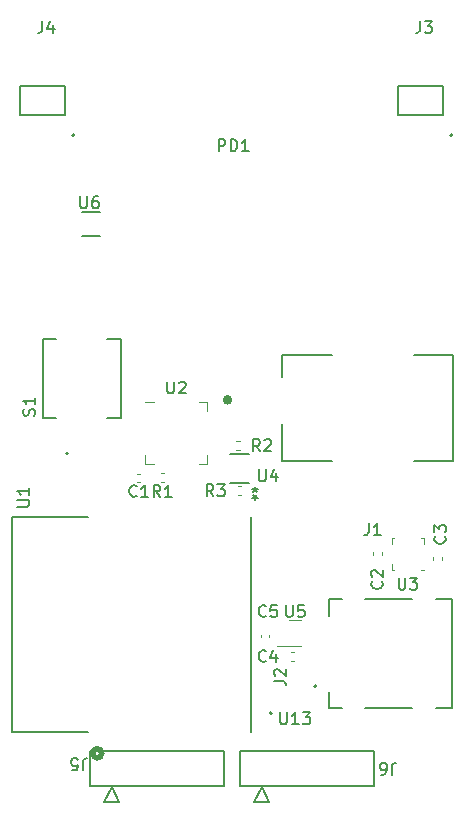
<source format=gbr>
%TF.GenerationSoftware,KiCad,Pcbnew,7.0.5*%
%TF.CreationDate,2023-06-26T09:37:40-04:00*%
%TF.ProjectId,ESP32Sensor-Sensor_board,45535033-3253-4656-9e73-6f722d53656e,rev?*%
%TF.SameCoordinates,Original*%
%TF.FileFunction,Legend,Top*%
%TF.FilePolarity,Positive*%
%FSLAX46Y46*%
G04 Gerber Fmt 4.6, Leading zero omitted, Abs format (unit mm)*
G04 Created by KiCad (PCBNEW 7.0.5) date 2023-06-26 09:37:40*
%MOMM*%
%LPD*%
G01*
G04 APERTURE LIST*
%ADD10C,0.150000*%
%ADD11C,0.120000*%
%ADD12C,0.127000*%
%ADD13C,0.200000*%
%ADD14C,0.152400*%
%ADD15C,0.400000*%
%ADD16C,0.508000*%
G04 APERTURE END LIST*
D10*
%TO.C,C1*%
X-8060966Y-34714680D02*
X-8108585Y-34762300D01*
X-8108585Y-34762300D02*
X-8251442Y-34809919D01*
X-8251442Y-34809919D02*
X-8346680Y-34809919D01*
X-8346680Y-34809919D02*
X-8489537Y-34762300D01*
X-8489537Y-34762300D02*
X-8584775Y-34667061D01*
X-8584775Y-34667061D02*
X-8632394Y-34571823D01*
X-8632394Y-34571823D02*
X-8680013Y-34381347D01*
X-8680013Y-34381347D02*
X-8680013Y-34238490D01*
X-8680013Y-34238490D02*
X-8632394Y-34048014D01*
X-8632394Y-34048014D02*
X-8584775Y-33952776D01*
X-8584775Y-33952776D02*
X-8489537Y-33857538D01*
X-8489537Y-33857538D02*
X-8346680Y-33809919D01*
X-8346680Y-33809919D02*
X-8251442Y-33809919D01*
X-8251442Y-33809919D02*
X-8108585Y-33857538D01*
X-8108585Y-33857538D02*
X-8060966Y-33905157D01*
X-7108585Y-34809919D02*
X-7680013Y-34809919D01*
X-7394299Y-34809919D02*
X-7394299Y-33809919D01*
X-7394299Y-33809919D02*
X-7489537Y-33952776D01*
X-7489537Y-33952776D02*
X-7584775Y-34048014D01*
X-7584775Y-34048014D02*
X-7680013Y-34095633D01*
%TO.C,R1*%
X-6056966Y-34819919D02*
X-6390299Y-34343728D01*
X-6628394Y-34819919D02*
X-6628394Y-33819919D01*
X-6628394Y-33819919D02*
X-6247442Y-33819919D01*
X-6247442Y-33819919D02*
X-6152204Y-33867538D01*
X-6152204Y-33867538D02*
X-6104585Y-33915157D01*
X-6104585Y-33915157D02*
X-6056966Y-34010395D01*
X-6056966Y-34010395D02*
X-6056966Y-34153252D01*
X-6056966Y-34153252D02*
X-6104585Y-34248490D01*
X-6104585Y-34248490D02*
X-6152204Y-34296109D01*
X-6152204Y-34296109D02*
X-6247442Y-34343728D01*
X-6247442Y-34343728D02*
X-6628394Y-34343728D01*
X-5104585Y-34819919D02*
X-5676013Y-34819919D01*
X-5390299Y-34819919D02*
X-5390299Y-33819919D01*
X-5390299Y-33819919D02*
X-5485537Y-33962776D01*
X-5485537Y-33962776D02*
X-5580775Y-34058014D01*
X-5580775Y-34058014D02*
X-5676013Y-34105633D01*
%TO.C,J2*%
X3565819Y-50386333D02*
X4280104Y-50386333D01*
X4280104Y-50386333D02*
X4422961Y-50433952D01*
X4422961Y-50433952D02*
X4518200Y-50529190D01*
X4518200Y-50529190D02*
X4565819Y-50672047D01*
X4565819Y-50672047D02*
X4565819Y-50767285D01*
X3661057Y-49957761D02*
X3613438Y-49910142D01*
X3613438Y-49910142D02*
X3565819Y-49814904D01*
X3565819Y-49814904D02*
X3565819Y-49576809D01*
X3565819Y-49576809D02*
X3613438Y-49481571D01*
X3613438Y-49481571D02*
X3661057Y-49433952D01*
X3661057Y-49433952D02*
X3756295Y-49386333D01*
X3756295Y-49386333D02*
X3851533Y-49386333D01*
X3851533Y-49386333D02*
X3994390Y-49433952D01*
X3994390Y-49433952D02*
X4565819Y-50005380D01*
X4565819Y-50005380D02*
X4565819Y-49386333D01*
%TO.C,U4*%
X2286095Y-32474819D02*
X2286095Y-33284342D01*
X2286095Y-33284342D02*
X2333714Y-33379580D01*
X2333714Y-33379580D02*
X2381333Y-33427200D01*
X2381333Y-33427200D02*
X2476571Y-33474819D01*
X2476571Y-33474819D02*
X2667047Y-33474819D01*
X2667047Y-33474819D02*
X2762285Y-33427200D01*
X2762285Y-33427200D02*
X2809904Y-33379580D01*
X2809904Y-33379580D02*
X2857523Y-33284342D01*
X2857523Y-33284342D02*
X2857523Y-32474819D01*
X3762285Y-32808152D02*
X3762285Y-33474819D01*
X3524190Y-32427200D02*
X3286095Y-33141485D01*
X3286095Y-33141485D02*
X3905142Y-33141485D01*
X1953349Y-35078780D02*
X1953349Y-34840685D01*
X2191444Y-34935923D02*
X1953349Y-34840685D01*
X1953349Y-34840685D02*
X1715254Y-34935923D01*
X2096206Y-34650209D02*
X1953349Y-34840685D01*
X1953349Y-34840685D02*
X1810492Y-34650209D01*
X1953350Y-33988419D02*
X1953350Y-34226514D01*
X1715255Y-34131276D02*
X1953350Y-34226514D01*
X1953350Y-34226514D02*
X2191445Y-34131276D01*
X1810493Y-34416990D02*
X1953350Y-34226514D01*
X1953350Y-34226514D02*
X2096207Y-34416990D01*
%TO.C,U5*%
X4573595Y-43974819D02*
X4573595Y-44784342D01*
X4573595Y-44784342D02*
X4621214Y-44879580D01*
X4621214Y-44879580D02*
X4668833Y-44927200D01*
X4668833Y-44927200D02*
X4764071Y-44974819D01*
X4764071Y-44974819D02*
X4954547Y-44974819D01*
X4954547Y-44974819D02*
X5049785Y-44927200D01*
X5049785Y-44927200D02*
X5097404Y-44879580D01*
X5097404Y-44879580D02*
X5145023Y-44784342D01*
X5145023Y-44784342D02*
X5145023Y-43974819D01*
X6097404Y-43974819D02*
X5621214Y-43974819D01*
X5621214Y-43974819D02*
X5573595Y-44451009D01*
X5573595Y-44451009D02*
X5621214Y-44403390D01*
X5621214Y-44403390D02*
X5716452Y-44355771D01*
X5716452Y-44355771D02*
X5954547Y-44355771D01*
X5954547Y-44355771D02*
X6049785Y-44403390D01*
X6049785Y-44403390D02*
X6097404Y-44451009D01*
X6097404Y-44451009D02*
X6145023Y-44546247D01*
X6145023Y-44546247D02*
X6145023Y-44784342D01*
X6145023Y-44784342D02*
X6097404Y-44879580D01*
X6097404Y-44879580D02*
X6049785Y-44927200D01*
X6049785Y-44927200D02*
X5954547Y-44974819D01*
X5954547Y-44974819D02*
X5716452Y-44974819D01*
X5716452Y-44974819D02*
X5621214Y-44927200D01*
X5621214Y-44927200D02*
X5573595Y-44879580D01*
%TO.C,R2*%
X2373333Y-30934819D02*
X2040000Y-30458628D01*
X1801905Y-30934819D02*
X1801905Y-29934819D01*
X1801905Y-29934819D02*
X2182857Y-29934819D01*
X2182857Y-29934819D02*
X2278095Y-29982438D01*
X2278095Y-29982438D02*
X2325714Y-30030057D01*
X2325714Y-30030057D02*
X2373333Y-30125295D01*
X2373333Y-30125295D02*
X2373333Y-30268152D01*
X2373333Y-30268152D02*
X2325714Y-30363390D01*
X2325714Y-30363390D02*
X2278095Y-30411009D01*
X2278095Y-30411009D02*
X2182857Y-30458628D01*
X2182857Y-30458628D02*
X1801905Y-30458628D01*
X2754286Y-30030057D02*
X2801905Y-29982438D01*
X2801905Y-29982438D02*
X2897143Y-29934819D01*
X2897143Y-29934819D02*
X3135238Y-29934819D01*
X3135238Y-29934819D02*
X3230476Y-29982438D01*
X3230476Y-29982438D02*
X3278095Y-30030057D01*
X3278095Y-30030057D02*
X3325714Y-30125295D01*
X3325714Y-30125295D02*
X3325714Y-30220533D01*
X3325714Y-30220533D02*
X3278095Y-30363390D01*
X3278095Y-30363390D02*
X2706667Y-30934819D01*
X2706667Y-30934819D02*
X3325714Y-30934819D01*
%TO.C,J4*%
X-16063333Y5480180D02*
X-16063333Y4765895D01*
X-16063333Y4765895D02*
X-16110952Y4623038D01*
X-16110952Y4623038D02*
X-16206190Y4527800D01*
X-16206190Y4527800D02*
X-16349047Y4480180D01*
X-16349047Y4480180D02*
X-16444285Y4480180D01*
X-15158571Y5146847D02*
X-15158571Y4480180D01*
X-15396666Y5527800D02*
X-15634761Y4813514D01*
X-15634761Y4813514D02*
X-15015714Y4813514D01*
%TO.C,U6*%
X-12837905Y-9352818D02*
X-12837905Y-10162341D01*
X-12837905Y-10162341D02*
X-12790286Y-10257579D01*
X-12790286Y-10257579D02*
X-12742667Y-10305199D01*
X-12742667Y-10305199D02*
X-12647429Y-10352818D01*
X-12647429Y-10352818D02*
X-12456953Y-10352818D01*
X-12456953Y-10352818D02*
X-12361715Y-10305199D01*
X-12361715Y-10305199D02*
X-12314096Y-10257579D01*
X-12314096Y-10257579D02*
X-12266477Y-10162341D01*
X-12266477Y-10162341D02*
X-12266477Y-9352818D01*
X-11361715Y-9352818D02*
X-11552191Y-9352818D01*
X-11552191Y-9352818D02*
X-11647429Y-9400437D01*
X-11647429Y-9400437D02*
X-11695048Y-9448056D01*
X-11695048Y-9448056D02*
X-11790286Y-9590913D01*
X-11790286Y-9590913D02*
X-11837905Y-9781389D01*
X-11837905Y-9781389D02*
X-11837905Y-10162341D01*
X-11837905Y-10162341D02*
X-11790286Y-10257579D01*
X-11790286Y-10257579D02*
X-11742667Y-10305199D01*
X-11742667Y-10305199D02*
X-11647429Y-10352818D01*
X-11647429Y-10352818D02*
X-11456953Y-10352818D01*
X-11456953Y-10352818D02*
X-11361715Y-10305199D01*
X-11361715Y-10305199D02*
X-11314096Y-10257579D01*
X-11314096Y-10257579D02*
X-11266477Y-10162341D01*
X-11266477Y-10162341D02*
X-11266477Y-9924246D01*
X-11266477Y-9924246D02*
X-11314096Y-9829008D01*
X-11314096Y-9829008D02*
X-11361715Y-9781389D01*
X-11361715Y-9781389D02*
X-11456953Y-9733770D01*
X-11456953Y-9733770D02*
X-11647429Y-9733770D01*
X-11647429Y-9733770D02*
X-11742667Y-9781389D01*
X-11742667Y-9781389D02*
X-11790286Y-9829008D01*
X-11790286Y-9829008D02*
X-11837905Y-9924246D01*
%TO.C,J3*%
X15936666Y5480180D02*
X15936666Y4765895D01*
X15936666Y4765895D02*
X15889047Y4623038D01*
X15889047Y4623038D02*
X15793809Y4527800D01*
X15793809Y4527800D02*
X15650952Y4480180D01*
X15650952Y4480180D02*
X15555714Y4480180D01*
X16317619Y5480180D02*
X16936666Y5480180D01*
X16936666Y5480180D02*
X16603333Y5099228D01*
X16603333Y5099228D02*
X16746190Y5099228D01*
X16746190Y5099228D02*
X16841428Y5051609D01*
X16841428Y5051609D02*
X16889047Y5003990D01*
X16889047Y5003990D02*
X16936666Y4908752D01*
X16936666Y4908752D02*
X16936666Y4670657D01*
X16936666Y4670657D02*
X16889047Y4575419D01*
X16889047Y4575419D02*
X16841428Y4527800D01*
X16841428Y4527800D02*
X16746190Y4480180D01*
X16746190Y4480180D02*
X16460476Y4480180D01*
X16460476Y4480180D02*
X16365238Y4527800D01*
X16365238Y4527800D02*
X16317619Y4575419D01*
%TO.C,C4*%
X2882833Y-48689580D02*
X2835214Y-48737200D01*
X2835214Y-48737200D02*
X2692357Y-48784819D01*
X2692357Y-48784819D02*
X2597119Y-48784819D01*
X2597119Y-48784819D02*
X2454262Y-48737200D01*
X2454262Y-48737200D02*
X2359024Y-48641961D01*
X2359024Y-48641961D02*
X2311405Y-48546723D01*
X2311405Y-48546723D02*
X2263786Y-48356247D01*
X2263786Y-48356247D02*
X2263786Y-48213390D01*
X2263786Y-48213390D02*
X2311405Y-48022914D01*
X2311405Y-48022914D02*
X2359024Y-47927676D01*
X2359024Y-47927676D02*
X2454262Y-47832438D01*
X2454262Y-47832438D02*
X2597119Y-47784819D01*
X2597119Y-47784819D02*
X2692357Y-47784819D01*
X2692357Y-47784819D02*
X2835214Y-47832438D01*
X2835214Y-47832438D02*
X2882833Y-47880057D01*
X3739976Y-48118152D02*
X3739976Y-48784819D01*
X3501881Y-47737200D02*
X3263786Y-48451485D01*
X3263786Y-48451485D02*
X3882833Y-48451485D01*
%TO.C,U3*%
X14118095Y-41649819D02*
X14118095Y-42459342D01*
X14118095Y-42459342D02*
X14165714Y-42554580D01*
X14165714Y-42554580D02*
X14213333Y-42602200D01*
X14213333Y-42602200D02*
X14308571Y-42649819D01*
X14308571Y-42649819D02*
X14499047Y-42649819D01*
X14499047Y-42649819D02*
X14594285Y-42602200D01*
X14594285Y-42602200D02*
X14641904Y-42554580D01*
X14641904Y-42554580D02*
X14689523Y-42459342D01*
X14689523Y-42459342D02*
X14689523Y-41649819D01*
X15070476Y-41649819D02*
X15689523Y-41649819D01*
X15689523Y-41649819D02*
X15356190Y-42030771D01*
X15356190Y-42030771D02*
X15499047Y-42030771D01*
X15499047Y-42030771D02*
X15594285Y-42078390D01*
X15594285Y-42078390D02*
X15641904Y-42126009D01*
X15641904Y-42126009D02*
X15689523Y-42221247D01*
X15689523Y-42221247D02*
X15689523Y-42459342D01*
X15689523Y-42459342D02*
X15641904Y-42554580D01*
X15641904Y-42554580D02*
X15594285Y-42602200D01*
X15594285Y-42602200D02*
X15499047Y-42649819D01*
X15499047Y-42649819D02*
X15213333Y-42649819D01*
X15213333Y-42649819D02*
X15118095Y-42602200D01*
X15118095Y-42602200D02*
X15070476Y-42554580D01*
%TO.C,C3*%
X18033580Y-38139666D02*
X18081200Y-38187285D01*
X18081200Y-38187285D02*
X18128819Y-38330142D01*
X18128819Y-38330142D02*
X18128819Y-38425380D01*
X18128819Y-38425380D02*
X18081200Y-38568237D01*
X18081200Y-38568237D02*
X17985961Y-38663475D01*
X17985961Y-38663475D02*
X17890723Y-38711094D01*
X17890723Y-38711094D02*
X17700247Y-38758713D01*
X17700247Y-38758713D02*
X17557390Y-38758713D01*
X17557390Y-38758713D02*
X17366914Y-38711094D01*
X17366914Y-38711094D02*
X17271676Y-38663475D01*
X17271676Y-38663475D02*
X17176438Y-38568237D01*
X17176438Y-38568237D02*
X17128819Y-38425380D01*
X17128819Y-38425380D02*
X17128819Y-38330142D01*
X17128819Y-38330142D02*
X17176438Y-38187285D01*
X17176438Y-38187285D02*
X17224057Y-38139666D01*
X17128819Y-37806332D02*
X17128819Y-37187285D01*
X17128819Y-37187285D02*
X17509771Y-37520618D01*
X17509771Y-37520618D02*
X17509771Y-37377761D01*
X17509771Y-37377761D02*
X17557390Y-37282523D01*
X17557390Y-37282523D02*
X17605009Y-37234904D01*
X17605009Y-37234904D02*
X17700247Y-37187285D01*
X17700247Y-37187285D02*
X17938342Y-37187285D01*
X17938342Y-37187285D02*
X18033580Y-37234904D01*
X18033580Y-37234904D02*
X18081200Y-37282523D01*
X18081200Y-37282523D02*
X18128819Y-37377761D01*
X18128819Y-37377761D02*
X18128819Y-37663475D01*
X18128819Y-37663475D02*
X18081200Y-37758713D01*
X18081200Y-37758713D02*
X18033580Y-37806332D01*
%TO.C,R3*%
X-1563666Y-34744819D02*
X-1896999Y-34268628D01*
X-2135094Y-34744819D02*
X-2135094Y-33744819D01*
X-2135094Y-33744819D02*
X-1754142Y-33744819D01*
X-1754142Y-33744819D02*
X-1658904Y-33792438D01*
X-1658904Y-33792438D02*
X-1611285Y-33840057D01*
X-1611285Y-33840057D02*
X-1563666Y-33935295D01*
X-1563666Y-33935295D02*
X-1563666Y-34078152D01*
X-1563666Y-34078152D02*
X-1611285Y-34173390D01*
X-1611285Y-34173390D02*
X-1658904Y-34221009D01*
X-1658904Y-34221009D02*
X-1754142Y-34268628D01*
X-1754142Y-34268628D02*
X-2135094Y-34268628D01*
X-1230332Y-33744819D02*
X-611285Y-33744819D01*
X-611285Y-33744819D02*
X-944618Y-34125771D01*
X-944618Y-34125771D02*
X-801761Y-34125771D01*
X-801761Y-34125771D02*
X-706523Y-34173390D01*
X-706523Y-34173390D02*
X-658904Y-34221009D01*
X-658904Y-34221009D02*
X-611285Y-34316247D01*
X-611285Y-34316247D02*
X-611285Y-34554342D01*
X-611285Y-34554342D02*
X-658904Y-34649580D01*
X-658904Y-34649580D02*
X-706523Y-34697200D01*
X-706523Y-34697200D02*
X-801761Y-34744819D01*
X-801761Y-34744819D02*
X-1087475Y-34744819D01*
X-1087475Y-34744819D02*
X-1182713Y-34697200D01*
X-1182713Y-34697200D02*
X-1230332Y-34649580D01*
%TO.C,U13*%
X4095905Y-53048819D02*
X4095905Y-53858342D01*
X4095905Y-53858342D02*
X4143524Y-53953580D01*
X4143524Y-53953580D02*
X4191143Y-54001200D01*
X4191143Y-54001200D02*
X4286381Y-54048819D01*
X4286381Y-54048819D02*
X4476857Y-54048819D01*
X4476857Y-54048819D02*
X4572095Y-54001200D01*
X4572095Y-54001200D02*
X4619714Y-53953580D01*
X4619714Y-53953580D02*
X4667333Y-53858342D01*
X4667333Y-53858342D02*
X4667333Y-53048819D01*
X5667333Y-54048819D02*
X5095905Y-54048819D01*
X5381619Y-54048819D02*
X5381619Y-53048819D01*
X5381619Y-53048819D02*
X5286381Y-53191676D01*
X5286381Y-53191676D02*
X5191143Y-53286914D01*
X5191143Y-53286914D02*
X5095905Y-53334533D01*
X6000667Y-53048819D02*
X6619714Y-53048819D01*
X6619714Y-53048819D02*
X6286381Y-53429771D01*
X6286381Y-53429771D02*
X6429238Y-53429771D01*
X6429238Y-53429771D02*
X6524476Y-53477390D01*
X6524476Y-53477390D02*
X6572095Y-53525009D01*
X6572095Y-53525009D02*
X6619714Y-53620247D01*
X6619714Y-53620247D02*
X6619714Y-53858342D01*
X6619714Y-53858342D02*
X6572095Y-53953580D01*
X6572095Y-53953580D02*
X6524476Y-54001200D01*
X6524476Y-54001200D02*
X6429238Y-54048819D01*
X6429238Y-54048819D02*
X6143524Y-54048819D01*
X6143524Y-54048819D02*
X6048286Y-54001200D01*
X6048286Y-54001200D02*
X6000667Y-53953580D01*
%TO.C,U2*%
X-5472204Y-25039919D02*
X-5472204Y-25849442D01*
X-5472204Y-25849442D02*
X-5424585Y-25944680D01*
X-5424585Y-25944680D02*
X-5376966Y-25992300D01*
X-5376966Y-25992300D02*
X-5281728Y-26039919D01*
X-5281728Y-26039919D02*
X-5091252Y-26039919D01*
X-5091252Y-26039919D02*
X-4996014Y-25992300D01*
X-4996014Y-25992300D02*
X-4948395Y-25944680D01*
X-4948395Y-25944680D02*
X-4900776Y-25849442D01*
X-4900776Y-25849442D02*
X-4900776Y-25039919D01*
X-4472204Y-25135157D02*
X-4424585Y-25087538D01*
X-4424585Y-25087538D02*
X-4329347Y-25039919D01*
X-4329347Y-25039919D02*
X-4091252Y-25039919D01*
X-4091252Y-25039919D02*
X-3996014Y-25087538D01*
X-3996014Y-25087538D02*
X-3948395Y-25135157D01*
X-3948395Y-25135157D02*
X-3900776Y-25230395D01*
X-3900776Y-25230395D02*
X-3900776Y-25325633D01*
X-3900776Y-25325633D02*
X-3948395Y-25468490D01*
X-3948395Y-25468490D02*
X-4519823Y-26039919D01*
X-4519823Y-26039919D02*
X-3900776Y-26039919D01*
%TO.C,J5*%
X-12620666Y-57949180D02*
X-12620666Y-57234895D01*
X-12620666Y-57234895D02*
X-12573047Y-57092038D01*
X-12573047Y-57092038D02*
X-12477809Y-56996800D01*
X-12477809Y-56996800D02*
X-12334952Y-56949180D01*
X-12334952Y-56949180D02*
X-12239714Y-56949180D01*
X-13573047Y-57949180D02*
X-13096857Y-57949180D01*
X-13096857Y-57949180D02*
X-13049238Y-57472990D01*
X-13049238Y-57472990D02*
X-13096857Y-57520609D01*
X-13096857Y-57520609D02*
X-13192095Y-57568228D01*
X-13192095Y-57568228D02*
X-13430190Y-57568228D01*
X-13430190Y-57568228D02*
X-13525428Y-57520609D01*
X-13525428Y-57520609D02*
X-13573047Y-57472990D01*
X-13573047Y-57472990D02*
X-13620666Y-57377752D01*
X-13620666Y-57377752D02*
X-13620666Y-57139657D01*
X-13620666Y-57139657D02*
X-13573047Y-57044419D01*
X-13573047Y-57044419D02*
X-13525428Y-56996800D01*
X-13525428Y-56996800D02*
X-13430190Y-56949180D01*
X-13430190Y-56949180D02*
X-13192095Y-56949180D01*
X-13192095Y-56949180D02*
X-13096857Y-56996800D01*
X-13096857Y-56996800D02*
X-13049238Y-57044419D01*
%TO.C,J1*%
X11604005Y-37045753D02*
X11604005Y-37761456D01*
X11604005Y-37761456D02*
X11556292Y-37904596D01*
X11556292Y-37904596D02*
X11460865Y-38000024D01*
X11460865Y-38000024D02*
X11317724Y-38047737D01*
X11317724Y-38047737D02*
X11222297Y-38047737D01*
X12605989Y-38047737D02*
X12033427Y-38047737D01*
X12319708Y-38047737D02*
X12319708Y-37045753D01*
X12319708Y-37045753D02*
X12224281Y-37188894D01*
X12224281Y-37188894D02*
X12128854Y-37284321D01*
X12128854Y-37284321D02*
X12033427Y-37332034D01*
%TO.C,S1*%
X-16737800Y-27931904D02*
X-16690180Y-27789047D01*
X-16690180Y-27789047D02*
X-16690180Y-27550952D01*
X-16690180Y-27550952D02*
X-16737800Y-27455714D01*
X-16737800Y-27455714D02*
X-16785419Y-27408095D01*
X-16785419Y-27408095D02*
X-16880657Y-27360476D01*
X-16880657Y-27360476D02*
X-16975895Y-27360476D01*
X-16975895Y-27360476D02*
X-17071133Y-27408095D01*
X-17071133Y-27408095D02*
X-17118752Y-27455714D01*
X-17118752Y-27455714D02*
X-17166371Y-27550952D01*
X-17166371Y-27550952D02*
X-17213990Y-27741428D01*
X-17213990Y-27741428D02*
X-17261609Y-27836666D01*
X-17261609Y-27836666D02*
X-17309228Y-27884285D01*
X-17309228Y-27884285D02*
X-17404466Y-27931904D01*
X-17404466Y-27931904D02*
X-17499704Y-27931904D01*
X-17499704Y-27931904D02*
X-17594942Y-27884285D01*
X-17594942Y-27884285D02*
X-17642561Y-27836666D01*
X-17642561Y-27836666D02*
X-17690180Y-27741428D01*
X-17690180Y-27741428D02*
X-17690180Y-27503333D01*
X-17690180Y-27503333D02*
X-17642561Y-27360476D01*
X-16690180Y-26408095D02*
X-16690180Y-26979523D01*
X-16690180Y-26693809D02*
X-17690180Y-26693809D01*
X-17690180Y-26693809D02*
X-17547323Y-26789047D01*
X-17547323Y-26789047D02*
X-17452085Y-26884285D01*
X-17452085Y-26884285D02*
X-17404466Y-26979523D01*
%TO.C,PD1*%
X-1118094Y-5534819D02*
X-1118094Y-4534819D01*
X-1118094Y-4534819D02*
X-737142Y-4534819D01*
X-737142Y-4534819D02*
X-641904Y-4582438D01*
X-641904Y-4582438D02*
X-594285Y-4630057D01*
X-594285Y-4630057D02*
X-546666Y-4725295D01*
X-546666Y-4725295D02*
X-546666Y-4868152D01*
X-546666Y-4868152D02*
X-594285Y-4963390D01*
X-594285Y-4963390D02*
X-641904Y-5011009D01*
X-641904Y-5011009D02*
X-737142Y-5058628D01*
X-737142Y-5058628D02*
X-1118094Y-5058628D01*
X-118094Y-5534819D02*
X-118094Y-4534819D01*
X-118094Y-4534819D02*
X120000Y-4534819D01*
X120000Y-4534819D02*
X262857Y-4582438D01*
X262857Y-4582438D02*
X358095Y-4677676D01*
X358095Y-4677676D02*
X405714Y-4772914D01*
X405714Y-4772914D02*
X453333Y-4963390D01*
X453333Y-4963390D02*
X453333Y-5106247D01*
X453333Y-5106247D02*
X405714Y-5296723D01*
X405714Y-5296723D02*
X358095Y-5391961D01*
X358095Y-5391961D02*
X262857Y-5487200D01*
X262857Y-5487200D02*
X120000Y-5534819D01*
X120000Y-5534819D02*
X-118094Y-5534819D01*
X1405714Y-5534819D02*
X834286Y-5534819D01*
X1120000Y-5534819D02*
X1120000Y-4534819D01*
X1120000Y-4534819D02*
X1024762Y-4677676D01*
X1024762Y-4677676D02*
X929524Y-4772914D01*
X929524Y-4772914D02*
X834286Y-4820533D01*
%TO.C,C2*%
X12699580Y-41963666D02*
X12747200Y-42011285D01*
X12747200Y-42011285D02*
X12794819Y-42154142D01*
X12794819Y-42154142D02*
X12794819Y-42249380D01*
X12794819Y-42249380D02*
X12747200Y-42392237D01*
X12747200Y-42392237D02*
X12651961Y-42487475D01*
X12651961Y-42487475D02*
X12556723Y-42535094D01*
X12556723Y-42535094D02*
X12366247Y-42582713D01*
X12366247Y-42582713D02*
X12223390Y-42582713D01*
X12223390Y-42582713D02*
X12032914Y-42535094D01*
X12032914Y-42535094D02*
X11937676Y-42487475D01*
X11937676Y-42487475D02*
X11842438Y-42392237D01*
X11842438Y-42392237D02*
X11794819Y-42249380D01*
X11794819Y-42249380D02*
X11794819Y-42154142D01*
X11794819Y-42154142D02*
X11842438Y-42011285D01*
X11842438Y-42011285D02*
X11890057Y-41963666D01*
X11890057Y-41582713D02*
X11842438Y-41535094D01*
X11842438Y-41535094D02*
X11794819Y-41439856D01*
X11794819Y-41439856D02*
X11794819Y-41201761D01*
X11794819Y-41201761D02*
X11842438Y-41106523D01*
X11842438Y-41106523D02*
X11890057Y-41058904D01*
X11890057Y-41058904D02*
X11985295Y-41011285D01*
X11985295Y-41011285D02*
X12080533Y-41011285D01*
X12080533Y-41011285D02*
X12223390Y-41058904D01*
X12223390Y-41058904D02*
X12794819Y-41630332D01*
X12794819Y-41630332D02*
X12794819Y-41011285D01*
%TO.C,C5*%
X2882833Y-44879580D02*
X2835214Y-44927200D01*
X2835214Y-44927200D02*
X2692357Y-44974819D01*
X2692357Y-44974819D02*
X2597119Y-44974819D01*
X2597119Y-44974819D02*
X2454262Y-44927200D01*
X2454262Y-44927200D02*
X2359024Y-44831961D01*
X2359024Y-44831961D02*
X2311405Y-44736723D01*
X2311405Y-44736723D02*
X2263786Y-44546247D01*
X2263786Y-44546247D02*
X2263786Y-44403390D01*
X2263786Y-44403390D02*
X2311405Y-44212914D01*
X2311405Y-44212914D02*
X2359024Y-44117676D01*
X2359024Y-44117676D02*
X2454262Y-44022438D01*
X2454262Y-44022438D02*
X2597119Y-43974819D01*
X2597119Y-43974819D02*
X2692357Y-43974819D01*
X2692357Y-43974819D02*
X2835214Y-44022438D01*
X2835214Y-44022438D02*
X2882833Y-44070057D01*
X3787595Y-43974819D02*
X3311405Y-43974819D01*
X3311405Y-43974819D02*
X3263786Y-44451009D01*
X3263786Y-44451009D02*
X3311405Y-44403390D01*
X3311405Y-44403390D02*
X3406643Y-44355771D01*
X3406643Y-44355771D02*
X3644738Y-44355771D01*
X3644738Y-44355771D02*
X3739976Y-44403390D01*
X3739976Y-44403390D02*
X3787595Y-44451009D01*
X3787595Y-44451009D02*
X3835214Y-44546247D01*
X3835214Y-44546247D02*
X3835214Y-44784342D01*
X3835214Y-44784342D02*
X3787595Y-44879580D01*
X3787595Y-44879580D02*
X3739976Y-44927200D01*
X3739976Y-44927200D02*
X3644738Y-44974819D01*
X3644738Y-44974819D02*
X3406643Y-44974819D01*
X3406643Y-44974819D02*
X3311405Y-44927200D01*
X3311405Y-44927200D02*
X3263786Y-44879580D01*
%TO.C,J6*%
X13541333Y-58330180D02*
X13541333Y-57615895D01*
X13541333Y-57615895D02*
X13588952Y-57473038D01*
X13588952Y-57473038D02*
X13684190Y-57377800D01*
X13684190Y-57377800D02*
X13827047Y-57330180D01*
X13827047Y-57330180D02*
X13922285Y-57330180D01*
X12636571Y-58330180D02*
X12827047Y-58330180D01*
X12827047Y-58330180D02*
X12922285Y-58282561D01*
X12922285Y-58282561D02*
X12969904Y-58234942D01*
X12969904Y-58234942D02*
X13065142Y-58092085D01*
X13065142Y-58092085D02*
X13112761Y-57901609D01*
X13112761Y-57901609D02*
X13112761Y-57520657D01*
X13112761Y-57520657D02*
X13065142Y-57425419D01*
X13065142Y-57425419D02*
X13017523Y-57377800D01*
X13017523Y-57377800D02*
X12922285Y-57330180D01*
X12922285Y-57330180D02*
X12731809Y-57330180D01*
X12731809Y-57330180D02*
X12636571Y-57377800D01*
X12636571Y-57377800D02*
X12588952Y-57425419D01*
X12588952Y-57425419D02*
X12541333Y-57520657D01*
X12541333Y-57520657D02*
X12541333Y-57758752D01*
X12541333Y-57758752D02*
X12588952Y-57853990D01*
X12588952Y-57853990D02*
X12636571Y-57901609D01*
X12636571Y-57901609D02*
X12731809Y-57949228D01*
X12731809Y-57949228D02*
X12922285Y-57949228D01*
X12922285Y-57949228D02*
X13017523Y-57901609D01*
X13017523Y-57901609D02*
X13065142Y-57853990D01*
X13065142Y-57853990D02*
X13112761Y-57758752D01*
%TO.C,U1*%
X-18166267Y-35623018D02*
X-17356744Y-35623018D01*
X-17356744Y-35623018D02*
X-17261506Y-35575399D01*
X-17261506Y-35575399D02*
X-17213887Y-35527780D01*
X-17213887Y-35527780D02*
X-17166267Y-35432542D01*
X-17166267Y-35432542D02*
X-17166267Y-35242066D01*
X-17166267Y-35242066D02*
X-17213887Y-35146828D01*
X-17213887Y-35146828D02*
X-17261506Y-35099209D01*
X-17261506Y-35099209D02*
X-17356744Y-35051590D01*
X-17356744Y-35051590D02*
X-18166267Y-35051590D01*
X-17166267Y-34051590D02*
X-17166267Y-34623018D01*
X-17166267Y-34337304D02*
X-18166267Y-34337304D01*
X-18166267Y-34337304D02*
X-18023410Y-34432542D01*
X-18023410Y-34432542D02*
X-17928172Y-34527780D01*
X-17928172Y-34527780D02*
X-17880553Y-34623018D01*
D11*
%TO.C,C1*%
X-7786464Y-33555100D02*
X-8002136Y-33555100D01*
X-7786464Y-32835100D02*
X-8002136Y-32835100D01*
%TO.C,R1*%
X-5736659Y-33575100D02*
X-6043941Y-33575100D01*
X-5736659Y-32815100D02*
X-6043941Y-32815100D01*
D12*
%TO.C,J2*%
X8196000Y-52688000D02*
X8196000Y-51308000D01*
X9356000Y-52688000D02*
X8196000Y-52688000D01*
X11256000Y-52688000D02*
X15236000Y-52688000D01*
X18646000Y-52688000D02*
X17276000Y-52688000D01*
X8196000Y-44868000D02*
X8196000Y-43488000D01*
X8196000Y-43488000D02*
X9356000Y-43488000D01*
X11256000Y-43488000D02*
X15236000Y-43488000D01*
X18646000Y-43488000D02*
X18646000Y-52688000D01*
X18646000Y-43488000D02*
X17276000Y-43488000D01*
D13*
X7146000Y-50838000D02*
G75*
G03*
X7146000Y-50838000I-100000J0D01*
G01*
D14*
%TO.C,U4*%
X1435100Y-31153100D02*
X-165100Y-31153100D01*
X-165100Y-33616900D02*
X1435100Y-33616900D01*
D11*
%TO.C,U5*%
X3827500Y-47450000D02*
X5827500Y-47450000D01*
X4827500Y-45230000D02*
X5827500Y-45230000D01*
%TO.C,R2*%
X356359Y-30100000D02*
X663641Y-30100000D01*
X356359Y-30860000D02*
X663641Y-30860000D01*
D13*
%TO.C,J4*%
X-17905000Y-2510000D02*
X-17905000Y0D01*
X-14095000Y0D02*
X-17905000Y0D01*
X-14095000Y0D02*
X-14095000Y-2510000D01*
X-14095000Y-2510000D02*
X-17905000Y-2510000D01*
X-13345000Y-4180000D02*
G75*
G03*
X-13345000Y-4180000I-100000J0D01*
G01*
D14*
%TO.C,U6*%
X-12717000Y-12688000D02*
X-11159000Y-12688000D01*
X-11159000Y-10680000D02*
X-12717000Y-10680000D01*
D13*
%TO.C,J3*%
X14095000Y-2510000D02*
X14095000Y0D01*
X17905000Y0D02*
X14095000Y0D01*
X17905000Y0D02*
X17905000Y-2510000D01*
X17905000Y-2510000D02*
X14095000Y-2510000D01*
X18655000Y-4180000D02*
G75*
G03*
X18655000Y-4180000I-100000J0D01*
G01*
D11*
%TO.C,C4*%
X5217336Y-48690000D02*
X5001664Y-48690000D01*
X5217336Y-47970000D02*
X5001664Y-47970000D01*
%TO.C,U3*%
X16240000Y-38285000D02*
X16240000Y-38760000D01*
X16015000Y-41005000D02*
X16240000Y-41005000D01*
X16015000Y-38285000D02*
X16240000Y-38285000D01*
X13745000Y-41005000D02*
X13520000Y-41005000D01*
X13745000Y-38285000D02*
X13520000Y-38285000D01*
X13520000Y-41005000D02*
X13520000Y-40530000D01*
X13520000Y-38285000D02*
X13520000Y-38760000D01*
%TO.C,C3*%
X17780000Y-39897164D02*
X17780000Y-40112836D01*
X17060000Y-39897164D02*
X17060000Y-40112836D01*
%TO.C,R3*%
X481359Y-33910000D02*
X788641Y-33910000D01*
X481359Y-34670000D02*
X788641Y-34670000D01*
D14*
%TO.C,U13*%
X3380000Y-53119000D02*
G75*
G03*
X3380000Y-53119000I-101600J0D01*
G01*
D11*
%TO.C,U2*%
X-7320300Y-31995100D02*
X-7320300Y-31270100D01*
X-6595300Y-26775100D02*
X-7320300Y-26775100D01*
X-6595300Y-31995100D02*
X-7320300Y-31995100D01*
X-2825300Y-26775100D02*
X-2100300Y-26775100D01*
X-2825300Y-31995100D02*
X-2100300Y-31995100D01*
X-2100300Y-26775100D02*
X-2100300Y-27500100D01*
X-2100300Y-31995100D02*
X-2100300Y-31270100D01*
D14*
%TO.C,J5*%
X-711200Y-59283600D02*
X-711200Y-56286400D01*
X-711200Y-56286400D02*
X-11988800Y-56286400D01*
X-9525000Y-60680600D02*
X-10795000Y-60680600D01*
X-10160000Y-59410600D02*
X-9525000Y-60680600D01*
X-10795000Y-60680600D02*
X-10160000Y-59410600D01*
X-11988800Y-59283600D02*
X-711200Y-59283600D01*
X-11988800Y-56286400D02*
X-11988800Y-59283600D01*
D12*
%TO.C,J1*%
X18738000Y-31778000D02*
X18738000Y-22778000D01*
X18738000Y-22778000D02*
X15388000Y-22778000D01*
X15388000Y-31778000D02*
X18738000Y-31778000D01*
X8488000Y-22778000D02*
X4238000Y-22778000D01*
X4238000Y-31778000D02*
X8488000Y-31778000D01*
X4238000Y-28628000D02*
X4238000Y-31778000D01*
X4238000Y-22778000D02*
X4238000Y-24628000D01*
D15*
X-170000Y-26598000D02*
G75*
G03*
X-170000Y-26598000I-200000J0D01*
G01*
D12*
%TO.C,S1*%
X-15975000Y-28115000D02*
X-14855000Y-28115000D01*
X-10545000Y-28115000D02*
X-9425000Y-28115000D01*
X-9425000Y-28115000D02*
X-9425000Y-21415000D01*
X-15975000Y-21415000D02*
X-15975000Y-28115000D01*
X-15975000Y-21415000D02*
X-14855000Y-21415000D01*
X-10545000Y-21415000D02*
X-9425000Y-21415000D01*
D13*
X-13870000Y-31115000D02*
G75*
G03*
X-13870000Y-31115000I-100000J0D01*
G01*
D11*
%TO.C,C2*%
X12700000Y-39509164D02*
X12700000Y-39724836D01*
X11980000Y-39509164D02*
X11980000Y-39724836D01*
%TO.C,C5*%
X3155500Y-46472164D02*
X3155500Y-46687836D01*
X2435500Y-46472164D02*
X2435500Y-46687836D01*
D14*
%TO.C,J6*%
X11988800Y-59283600D02*
X11988800Y-56286400D01*
X11988800Y-56286400D02*
X711200Y-56286400D01*
X3175000Y-60680600D02*
X1905000Y-60680600D01*
X2540000Y-59410600D02*
X3175000Y-60680600D01*
X1905000Y-60680600D02*
X2540000Y-59410600D01*
X711200Y-59283600D02*
X11988800Y-59283600D01*
X711200Y-56286400D02*
X711200Y-59283600D01*
%TO.C,U1*%
X-18621900Y-54737300D02*
X-12182327Y-54737300D01*
X1621900Y-54737300D02*
X1621900Y-36474700D01*
X-18621900Y-36474700D02*
X-18621900Y-54737300D01*
X-12182327Y-36474700D02*
X-18621900Y-36474700D01*
D16*
X-11024087Y-56515300D02*
G75*
G03*
X-11024087Y-56515300I-381000J0D01*
G01*
%TD*%
M02*

</source>
